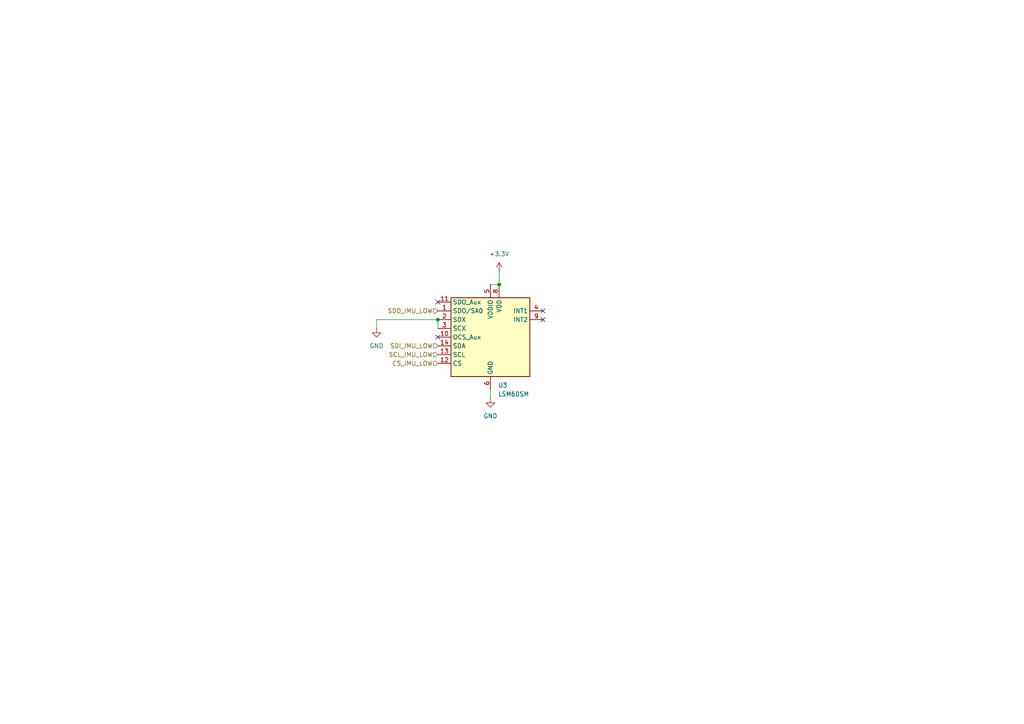
<source format=kicad_sch>
(kicad_sch (version 20250114) (generator "eeschema") (generator_version "9.0")
  (paper "A4")
  (lib_symbols
    (symbol "Sensor_Motion:LSM6DSM"
      (property "Reference" "U" (at -11.43 15.24 0))
      (property "Value" "LSM6DSM" (at -11.43 12.7 0))
      (symbol "LSM6DSM_0_1"
        (rectangle (start 11.43 11.43) (end -11.43 -11.43) (stroke (width 0.254)) (fill (type background)))
      )
      (symbol "LSM6DSM_1_1"
        (pin bidirectional line (at -15.24 10.16 0) (length 3.81) (name "SDO_Aux") (number "11"))
        (pin bidirectional line (at -15.24 7.62 0) (length 3.81) (name "SDO/SA0") (number "1"))
        (pin bidirectional line (at -15.24 5.08 0) (length 3.81) (name "SDX") (number "2"))
        (pin input line (at -15.24 2.54 0) (length 3.81) (name "SCX") (number "3"))
        (pin passive line (at -15.24 0 0) (length 3.81) (name "OCS_Aux") (number "10"))
        (pin bidirectional line (at -15.24 -2.54 0) (length 3.81) (name "SDA") (number "14"))
        (pin input line (at -15.24 -5.08 0) (length 3.81) (name "SCL") (number "13"))
        (pin input line (at -15.24 -7.62 0) (length 3.81) (name "CS") (number "12"))
        (pin power_in line (at 0 15.24 270) (length 3.81) (name "VDDIO") (number "5"))
        (pin power_in line (at 0 -15.24 90) (length 3.81) (name "GND") (number "6"))
        (pin passive line (at 0 -15.24 90) (length 3.81) (hide yes) (name "GND") (number "7"))
        (pin power_in line (at 2.54 15.24 270) (length 3.81) (name "VDD") (number "8"))
        (pin output line (at 15.24 7.62 180) (length 3.81) (name "INT1") (number "4"))
        (pin output line (at 15.24 5.08 180) (length 3.81) (name "INT2") (number "9"))
      )
    )
    (symbol "power:+3.3V" (power) (pin_numbers (hide yes)) (pin_names (offset 0) (hide yes))
      (property "Value" "+3.3V" (at 0 3.556 0))
      (symbol "+3.3V_0_1"
        (polyline (pts (xy -0.762 1.27) (xy 0 2.54)))
        (polyline (pts (xy 0 2.54) (xy 0.762 1.27)))
        (polyline (pts (xy 0 0) (xy 0 2.54)))
      )
      (symbol "+3.3V_1_1"
        (pin power_in line (at 0 0 90) (length 0) (name "~") (number "1"))
      )
    )
    (symbol "power:GND" (power) (pin_numbers (hide yes)) (pin_names (offset 0) (hide yes))
      (property "Value" "GND" (at 0 -3.81 0))
      (symbol "GND_0_1"
        (polyline (pts (xy 0 0) (xy 0 -1.27) (xy 1.27 -1.27) (xy 0 -2.54) (xy -1.27 -1.27) (xy 0 -1.27)))
      )
      (symbol "GND_1_1"
        (pin power_in line (at 0 0 270) (length 0) (name "~") (number "1"))
      )
    )
  )
  (junction (at 127 92.71))
  (junction (at 144.78 82.55))
  (no_connect (at 157.48 92.71))
  (no_connect (at 127 97.79))
  (no_connect (at 127 87.63))
  (no_connect (at 157.48 90.17))
  (wire (pts (xy 142.24 82.55) (xy 144.78 82.55)))
  (wire (pts (xy 142.24 115.57) (xy 142.24 113.03)))
  (wire (pts (xy 144.78 78.74) (xy 144.78 82.55)))
  (wire (pts (xy 127 92.71) (xy 127 95.25)))
  (wire (pts (xy 127 92.71) (xy 109.22 92.71)))
  (wire (pts (xy 109.22 92.71) (xy 109.22 95.25)))
  (hierarchical_label "SDO_IMU_LOW" (shape input) (at 127 90.17 180))
  (hierarchical_label "SDI_IMU_LOW" (shape input) (at 127 100.33 180))
  (hierarchical_label "SCL_IMU_LOW" (shape input) (at 127 102.87 180))
  (hierarchical_label "CS_IMU_LOW" (shape input) (at 127 105.41 180))
  (symbol (lib_id "power:+3.3V") (at 144.78 78.74 0) (unit 1)
    (property "Reference" "#PWR030" (effects (hide yes)))
    (property "Value" "+3.3V" (at 144.78 73.66 0))
    (property "Description" "Power symbol creates a global label with name \"+3.3V\"" (effects (hide yes)))
  )
  (symbol (lib_id "power:GND") (at 109.22 95.25 0) (unit 1)
    (property "Reference" "#PWR028" (effects (hide yes)))
    (property "Value" "GND" (at 109.22 100.33 0))
    (property "Description" "Power symbol creates a global label with name \"GND\" , ground" (effects (hide yes)))
  )
  (symbol (lib_id "power:GND") (at 142.24 115.57 0) (unit 1)
    (property "Reference" "#PWR029" (effects (hide yes)))
    (property "Value" "GND" (at 142.24 120.65 0))
    (property "Description" "Power symbol creates a global label with name \"GND\" , ground" (effects (hide yes)))
  )
  (symbol (lib_id "Sensor_Motion:LSM6DSM") (at 142.24 97.79 0) (unit 1)
    (property "Reference" "U3" (at 144.4341 111.76 0) (effects (justify left)))
    (property "Value" "LSM6DSM" (at 144.4341 114.3 0) (effects (justify left)))
    (property "Footprint" "Package_LGA:LGA-14_3x2.5mm_P0.5mm_LayoutBorder3x4y" (effects (hide yes)))
    (property "Datasheet" "https://www.st.com/resource/en/datasheet/lsm6dsm.pdf" (effects (hide yes)))
    (property "Description" "I2C/SPI, iNEMO inertial module: always-on 3D accelerometer and 3D gyroscope, with auxiliary SPI, 1.71V to 3.6V VCC" (effects (hide yes)))
  )
)
</source>
